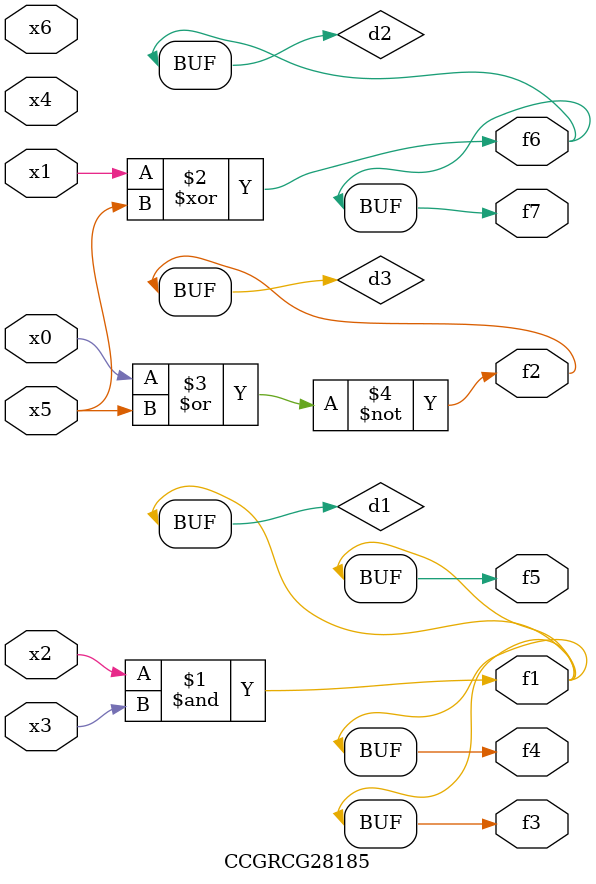
<source format=v>
module CCGRCG28185(
	input x0, x1, x2, x3, x4, x5, x6,
	output f1, f2, f3, f4, f5, f6, f7
);

	wire d1, d2, d3;

	and (d1, x2, x3);
	xor (d2, x1, x5);
	nor (d3, x0, x5);
	assign f1 = d1;
	assign f2 = d3;
	assign f3 = d1;
	assign f4 = d1;
	assign f5 = d1;
	assign f6 = d2;
	assign f7 = d2;
endmodule

</source>
